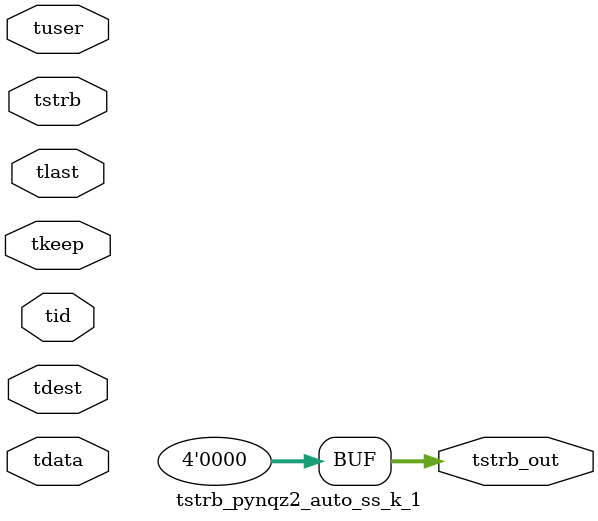
<source format=v>


`timescale 1ps/1ps

module tstrb_pynqz2_auto_ss_k_1 #
(
parameter C_S_AXIS_TDATA_WIDTH = 32,
parameter C_S_AXIS_TUSER_WIDTH = 0,
parameter C_S_AXIS_TID_WIDTH   = 0,
parameter C_S_AXIS_TDEST_WIDTH = 0,
parameter C_M_AXIS_TDATA_WIDTH = 32
)
(
input  [(C_S_AXIS_TDATA_WIDTH == 0 ? 1 : C_S_AXIS_TDATA_WIDTH)-1:0     ] tdata,
input  [(C_S_AXIS_TUSER_WIDTH == 0 ? 1 : C_S_AXIS_TUSER_WIDTH)-1:0     ] tuser,
input  [(C_S_AXIS_TID_WIDTH   == 0 ? 1 : C_S_AXIS_TID_WIDTH)-1:0       ] tid,
input  [(C_S_AXIS_TDEST_WIDTH == 0 ? 1 : C_S_AXIS_TDEST_WIDTH)-1:0     ] tdest,
input  [(C_S_AXIS_TDATA_WIDTH/8)-1:0 ] tkeep,
input  [(C_S_AXIS_TDATA_WIDTH/8)-1:0 ] tstrb,
input                                                                    tlast,
output [(C_M_AXIS_TDATA_WIDTH/8)-1:0 ] tstrb_out
);

assign tstrb_out = {1'b0};

endmodule


</source>
